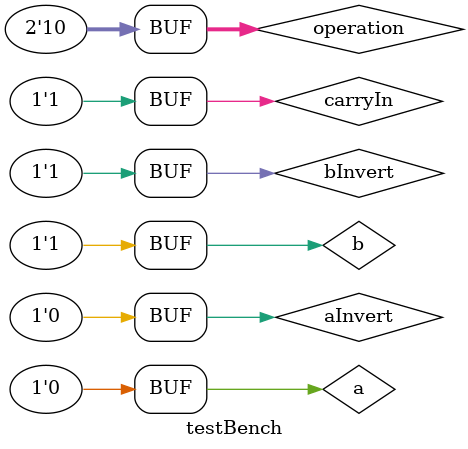
<source format=v>
module testBench
  ();
  
  reg a;
  reg b;
  reg aInvert;
  reg bInvert;
  reg carryIn;
  reg [1:0] operation;
  wire result;
  wire carryOut;
  
  ALU1Bit myALU(a,b,aInvert,bInvert,carryIn,operation,result,carryOut);
  
  initial
  begin
  #0 a = 1'b1;  
  #0 b = 1'b0;
  #0 aInvert = 1'b0;
  #0 bInvert = 1'b0;
  #0 carryIn = 1'b0;
  #0 operation = 2'b00;     //at 0 seconds, we perform (a=1 and b=0)
  #10 operation = 2'b01;    //at 10 seconds, we perform (a=1 or b=0)
  #10 operation = 2'b10;    //at 20 seconds, we perform (a=1 sum b=0)
  #10 b = 1'b1;
  #0 operation = 2'b10;    //at 30 seconds, we perform (a=1 sum b=1)
  #10 carryIn = 1'b1;
  #0 operation = 2'b10;     //at 40 seconds, we perform (a=1 sum b=1 sum carryIn = 0)
  #10 aInvert = 1'b1;
  #0 bInvert = 1'b1;
  #0 operation = 2'b00;    //at 50 seconds, we perform (a=1 nor b=1)
  #10 aInvert = 1'b0;
  #0 carryIn = 1'b1;      //carryIn 1 for converting b to 2s complement
  #0 operation = 2'b10;   //at 60 seconds, we perform (a=1 subtract b=1)
  #10 a = 1'b0;
  #0 operation = 2'b10;     //at 70 seconds, we perform (a=0 subtact b=1)
  end
  
  
  initial
  $monitor("time = ",$time," a = ",a," b = ",b," aInvert = ",aInvert," bInvert = ",bInvert," carryIn = ",carryIn," operation = ",operation," result = ",result," carryOut= ", carryOut);
  
endmodule
</source>
